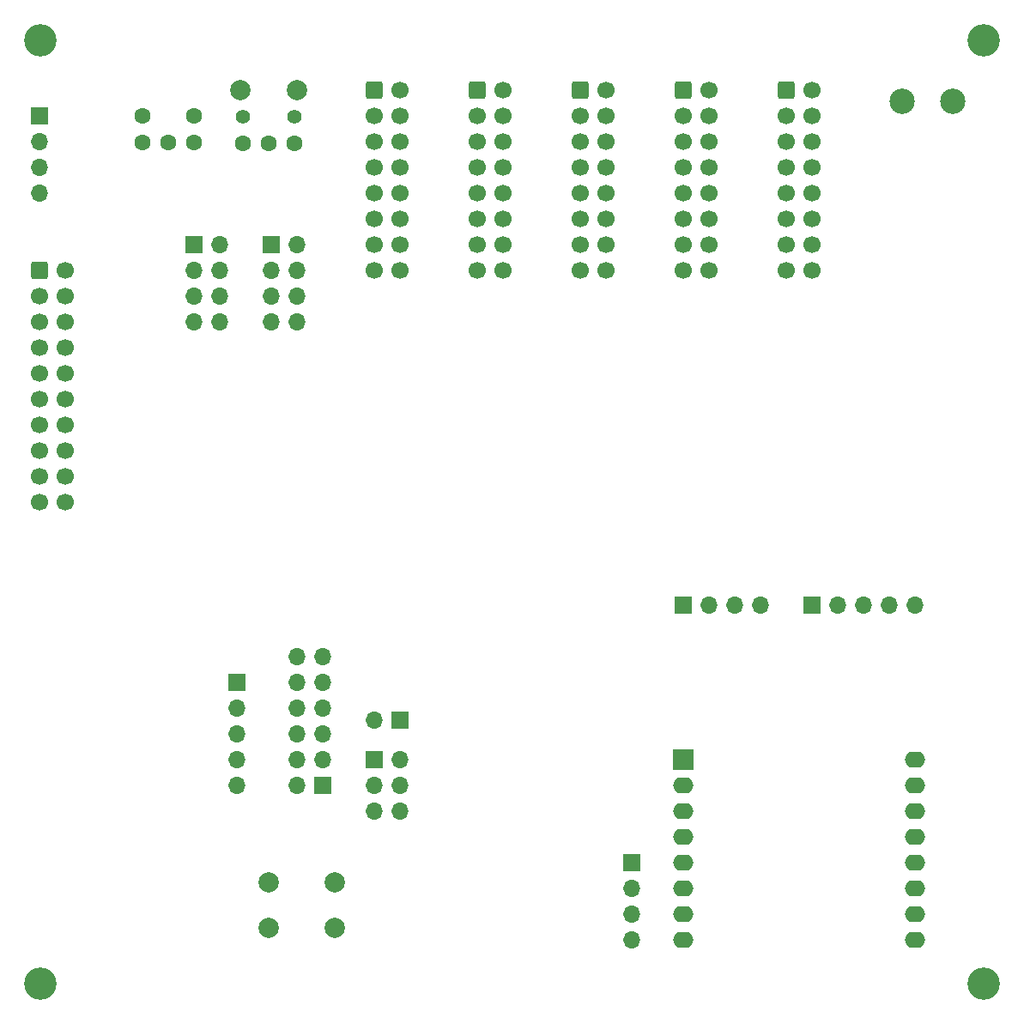
<source format=gbr>
%TF.GenerationSoftware,KiCad,Pcbnew,8.0.6*%
%TF.CreationDate,2024-12-08T12:16:10-08:00*%
%TF.ProjectId,dsp3,64737033-2e6b-4696-9361-645f70636258,rev?*%
%TF.SameCoordinates,Original*%
%TF.FileFunction,Soldermask,Bot*%
%TF.FilePolarity,Negative*%
%FSLAX46Y46*%
G04 Gerber Fmt 4.6, Leading zero omitted, Abs format (unit mm)*
G04 Created by KiCad (PCBNEW 8.0.6) date 2024-12-08 12:16:10*
%MOMM*%
%LPD*%
G01*
G04 APERTURE LIST*
G04 Aperture macros list*
%AMRoundRect*
0 Rectangle with rounded corners*
0 $1 Rounding radius*
0 $2 $3 $4 $5 $6 $7 $8 $9 X,Y pos of 4 corners*
0 Add a 4 corners polygon primitive as box body*
4,1,4,$2,$3,$4,$5,$6,$7,$8,$9,$2,$3,0*
0 Add four circle primitives for the rounded corners*
1,1,$1+$1,$2,$3*
1,1,$1+$1,$4,$5*
1,1,$1+$1,$6,$7*
1,1,$1+$1,$8,$9*
0 Add four rect primitives between the rounded corners*
20,1,$1+$1,$2,$3,$4,$5,0*
20,1,$1+$1,$4,$5,$6,$7,0*
20,1,$1+$1,$6,$7,$8,$9,0*
20,1,$1+$1,$8,$9,$2,$3,0*%
G04 Aperture macros list end*
%ADD10C,2.000000*%
%ADD11C,1.400000*%
%ADD12C,1.600000*%
%ADD13R,1.700000X1.700000*%
%ADD14O,1.700000X1.700000*%
%ADD15RoundRect,0.250000X-0.600000X-0.600000X0.600000X-0.600000X0.600000X0.600000X-0.600000X0.600000X0*%
%ADD16C,1.700000*%
%ADD17O,2.000000X1.600000*%
%ADD18R,2.000000X2.000000*%
%ADD19C,3.200000*%
%ADD20C,2.500000*%
G04 APERTURE END LIST*
D10*
%TO.C,U7*%
X42660000Y-55880000D03*
D11*
X42920000Y-58490000D03*
X48000000Y-58490000D03*
D10*
X48260000Y-55880000D03*
D12*
X42920000Y-61120000D03*
X45460000Y-61120000D03*
X48000000Y-61120000D03*
%TD*%
D13*
%TO.C,J5*%
X99060000Y-106680000D03*
D14*
X101600000Y-106680000D03*
X104139999Y-106680000D03*
X106680000Y-106680000D03*
X109220000Y-106680000D03*
%TD*%
D13*
%TO.C,J17*%
X22860000Y-58420000D03*
D14*
X22860000Y-60960000D03*
X22860000Y-63500000D03*
X22860000Y-66040000D03*
%TD*%
D15*
%TO.C,J3*%
X76200000Y-55880000D03*
D16*
X78740000Y-55880000D03*
X76200000Y-58420000D03*
X78740000Y-58420000D03*
X76200000Y-60960000D03*
X78740000Y-60960000D03*
X76200000Y-63500000D03*
X78740000Y-63500000D03*
X76200000Y-66040000D03*
X78740000Y-66040000D03*
X76200000Y-68580000D03*
X78740000Y-68580000D03*
X76200000Y-71120000D03*
X78740000Y-71120000D03*
X76200000Y-73660000D03*
X78740000Y-73660000D03*
%TD*%
D15*
%TO.C,J1*%
X96520000Y-55880000D03*
D16*
X99060000Y-55880000D03*
X96520000Y-58420000D03*
X99060000Y-58420000D03*
X96520000Y-60960000D03*
X99060000Y-60960000D03*
X96520000Y-63500000D03*
X99060000Y-63500000D03*
X96520000Y-66040000D03*
X99060000Y-66040000D03*
X96520000Y-68580000D03*
X99060000Y-68580000D03*
X96520000Y-71120000D03*
X99060000Y-71120000D03*
X96520000Y-73660000D03*
X99060000Y-73660000D03*
%TD*%
D13*
%TO.C,J13*%
X58420000Y-118000000D03*
D14*
X55880000Y-118000000D03*
%TD*%
D15*
%TO.C,J2*%
X86360000Y-55880000D03*
D16*
X88900000Y-55880000D03*
X86360000Y-58420000D03*
X88900000Y-58420000D03*
X86360000Y-60960000D03*
X88900000Y-60960000D03*
X86360000Y-63500000D03*
X88900000Y-63500000D03*
X86360000Y-66040000D03*
X88900000Y-66040000D03*
X86360000Y-68580000D03*
X88900000Y-68580000D03*
X86360000Y-71120000D03*
X88900000Y-71120000D03*
X86360000Y-73660000D03*
X88900000Y-73660000D03*
%TD*%
D15*
%TO.C,J18*%
X22860000Y-73660000D03*
D16*
X25400000Y-73660000D03*
X22860000Y-76200000D03*
X25400000Y-76200000D03*
X22860000Y-78739999D03*
X25400000Y-78740000D03*
X22860000Y-81280000D03*
X25400000Y-81280000D03*
X22860000Y-83820000D03*
X25400000Y-83820000D03*
X22860000Y-86360000D03*
X25400000Y-86360000D03*
X22860000Y-88900000D03*
X25400000Y-88900000D03*
X22860000Y-91440001D03*
X25400000Y-91440000D03*
X22860000Y-93980000D03*
X25400000Y-93980000D03*
X22860000Y-96520000D03*
X25400000Y-96520000D03*
%TD*%
D17*
%TO.C,U3*%
X109220000Y-121920000D03*
X109220000Y-124460000D03*
X109220000Y-126999999D03*
X109220000Y-129540000D03*
X109220000Y-132080000D03*
X109220000Y-134620000D03*
X109220000Y-137160000D03*
X109220000Y-139700001D03*
X86360000Y-139700001D03*
X86360000Y-137160000D03*
X86360000Y-134620000D03*
X86360000Y-132080000D03*
X86360000Y-129540000D03*
X86360000Y-126999999D03*
X86360000Y-124460000D03*
D18*
X86360000Y-121920000D03*
%TD*%
D12*
%TO.C,U4*%
X33020000Y-58420000D03*
X38100000Y-58420000D03*
X38100000Y-61050000D03*
X35560000Y-61050000D03*
X33020000Y-61050000D03*
%TD*%
D13*
%TO.C,J6*%
X86360000Y-106680000D03*
D14*
X88900000Y-106680000D03*
X91439999Y-106680000D03*
X93980000Y-106680000D03*
%TD*%
D19*
%TO.C,H3*%
X116000000Y-51000000D03*
%TD*%
%TO.C,H1*%
X23000000Y-51000000D03*
%TD*%
D13*
%TO.C,J12*%
X50800000Y-124460000D03*
D14*
X48260000Y-124460000D03*
X50800000Y-121920000D03*
X48260000Y-121920000D03*
X50800000Y-119380001D03*
X48260000Y-119380000D03*
X50800000Y-116840000D03*
X48260000Y-116840000D03*
X50800000Y-114300000D03*
X48260000Y-114300000D03*
X50800000Y-111760000D03*
X48260000Y-111760000D03*
%TD*%
D20*
%TO.C,J15*%
X113000000Y-57000000D03*
X108000000Y-57000000D03*
%TD*%
D10*
%TO.C,SW2*%
X45500000Y-134000000D03*
X52000000Y-134000000D03*
X45500000Y-138500000D03*
X52000000Y-138500000D03*
%TD*%
D13*
%TO.C,J10*%
X45720000Y-71120000D03*
D14*
X48260000Y-71120000D03*
X45720000Y-73660000D03*
X48260000Y-73660000D03*
X45720000Y-76200000D03*
X48260000Y-76200000D03*
X45720000Y-78740000D03*
X48260000Y-78740000D03*
%TD*%
D13*
%TO.C,J8*%
X55880000Y-121920000D03*
D14*
X58420000Y-121920000D03*
X55880000Y-124460000D03*
X58420000Y-124460000D03*
X55880000Y-127000000D03*
X58420000Y-127000000D03*
%TD*%
D19*
%TO.C,H4*%
X116000000Y-144000000D03*
%TD*%
D15*
%TO.C,J7*%
X55880000Y-55880000D03*
D16*
X58420000Y-55880000D03*
X55880000Y-58420000D03*
X58420000Y-58420000D03*
X55880000Y-60960000D03*
X58420000Y-60960000D03*
X55880000Y-63500000D03*
X58420000Y-63500000D03*
X55880000Y-66040000D03*
X58420000Y-66040000D03*
X55880000Y-68580000D03*
X58420000Y-68580000D03*
X55880000Y-71120000D03*
X58420000Y-71120000D03*
X55880000Y-73660000D03*
X58420000Y-73660000D03*
%TD*%
D15*
%TO.C,J4*%
X66040000Y-55880000D03*
D16*
X68580000Y-55880000D03*
X66040000Y-58420000D03*
X68580000Y-58420000D03*
X66040000Y-60960000D03*
X68580000Y-60960000D03*
X66040000Y-63500000D03*
X68580000Y-63500000D03*
X66040000Y-66040000D03*
X68580000Y-66040000D03*
X66040000Y-68580000D03*
X68580000Y-68580000D03*
X66040000Y-71120000D03*
X68580000Y-71120000D03*
X66040000Y-73660000D03*
X68580000Y-73660000D03*
%TD*%
D19*
%TO.C,H2*%
X23000000Y-144000000D03*
%TD*%
D13*
%TO.C,J11*%
X81280000Y-132080000D03*
D14*
X81280000Y-134620000D03*
X81280000Y-137160000D03*
X81280000Y-139700000D03*
%TD*%
D13*
%TO.C,J9*%
X38100000Y-71120000D03*
D14*
X40640000Y-71120000D03*
X38100000Y-73660000D03*
X40640000Y-73660000D03*
X38100000Y-76200000D03*
X40640000Y-76200000D03*
X38100000Y-78740000D03*
X40640000Y-78740000D03*
%TD*%
D13*
%TO.C,J16*%
X42400000Y-114300000D03*
D14*
X42400000Y-116840000D03*
X42400000Y-119380000D03*
X42400000Y-121920000D03*
X42400000Y-124460000D03*
%TD*%
M02*

</source>
